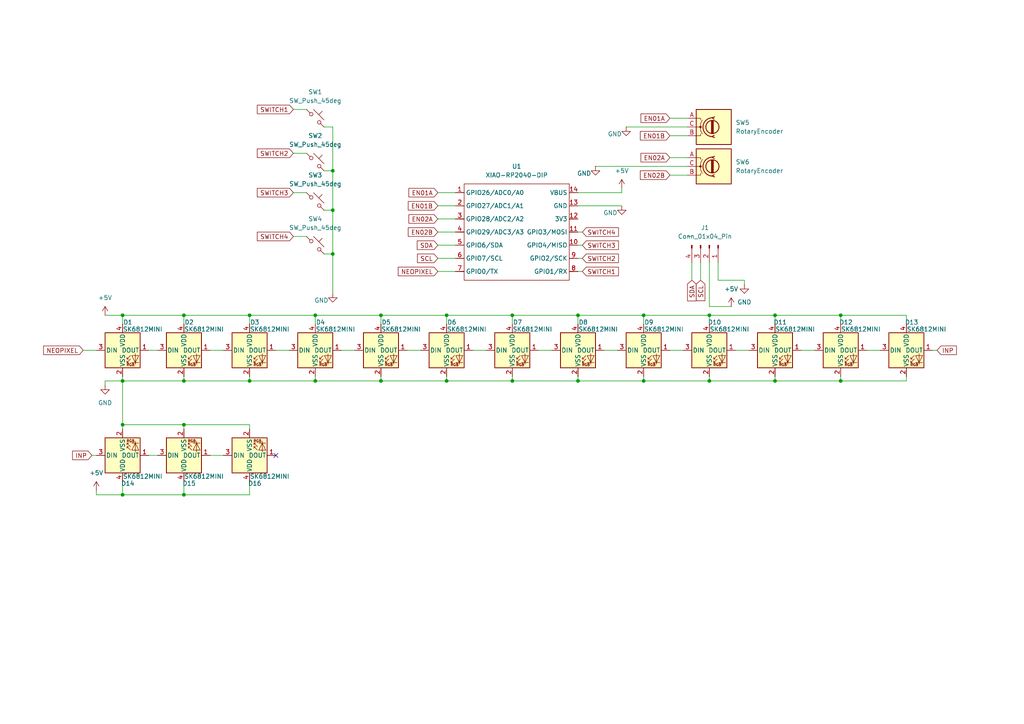
<source format=kicad_sch>
(kicad_sch (version 20250114) (generator "eeschema") (generator_version "9.0")
  (paper "A4")
  (lib_symbols
    (symbol "Connector:Conn_01x04_Pin" (pin_names (offset 1.016) (hide yes))
      (property "Reference" "J" (at 0 5.08 0))
      (property "Value" "Conn_01x04_Pin" (at 0 -7.62 0))
      (symbol "Conn_01x04_Pin_1_1"
        (rectangle (start 0.8636 2.667) (end 0 2.413) (stroke (width 0.1524)) (fill (type outline)))
        (rectangle (start 0.8636 0.127) (end 0 -0.127) (stroke (width 0.1524)) (fill (type outline)))
        (rectangle (start 0.8636 -2.413) (end 0 -2.667) (stroke (width 0.1524)) (fill (type outline)))
        (rectangle (start 0.8636 -4.953) (end 0 -5.207) (stroke (width 0.1524)) (fill (type outline)))
        (polyline (pts (xy 1.27 2.54) (xy 0.8636 2.54)) (stroke (width 0.1524)))
        (polyline (pts (xy 1.27 0) (xy 0.8636 0)) (stroke (width 0.1524)))
        (polyline (pts (xy 1.27 -2.54) (xy 0.8636 -2.54)) (stroke (width 0.1524)))
        (polyline (pts (xy 1.27 -5.08) (xy 0.8636 -5.08)) (stroke (width 0.1524)))
        (pin passive line (at 5.08 2.54 180) (length 3.81) (name "Pin_1") (number "1"))
        (pin passive line (at 5.08 0 180) (length 3.81) (name "Pin_2") (number "2"))
        (pin passive line (at 5.08 -2.54 180) (length 3.81) (name "Pin_3") (number "3"))
        (pin passive line (at 5.08 -5.08 180) (length 3.81) (name "Pin_4") (number "4"))
      )
    )
    (symbol "Device:RotaryEncoder" (pin_names (offset 0.254) (hide yes))
      (property "Reference" "SW" (at 0 6.604 0))
      (property "Value" "RotaryEncoder" (at 0 -6.604 0))
      (symbol "RotaryEncoder_0_1"
        (rectangle (start -5.08 5.08) (end 5.08 -5.08) (stroke (width 0.254)) (fill (type background)))
        (polyline (pts (xy -5.08 2.54) (xy -3.81 2.54) (xy -3.81 2.032)))
        (polyline (pts (xy -5.08 0) (xy -3.81 0) (xy -3.81 -1.016) (xy -3.302 -2.032)))
        (polyline (pts (xy -5.08 -2.54) (xy -3.81 -2.54) (xy -3.81 -2.032)))
        (polyline (pts (xy -4.318 0) (xy -3.81 0) (xy -3.81 1.016) (xy -3.302 2.032)))
        (circle (center -3.81 0) (radius 0.254) (fill (type outline)))
        (polyline (pts (xy -0.635 -1.778) (xy -0.635 1.778)) (stroke (width 0.254)))
        (circle (center -0.381 0) (radius 1.905) (stroke (width 0.254)))
        (polyline (pts (xy -0.381 -1.778) (xy -0.381 1.778)) (stroke (width 0.254)))
        (arc (start -0.381 -2.794) (mid -3.0988 -0.0635) (end -0.381 2.667) (stroke (width 0.254)))
        (polyline (pts (xy -0.127 1.778) (xy -0.127 -1.778)) (stroke (width 0.254)))
        (polyline (pts (xy 0.254 2.921) (xy -0.508 2.667) (xy 0.127 2.286)) (stroke (width 0.254)))
        (polyline (pts (xy 0.254 -3.048) (xy -0.508 -2.794) (xy 0.127 -2.413)) (stroke (width 0.254)))
      )
      (symbol "RotaryEncoder_1_1"
        (pin passive line (at -7.62 2.54 0) (length 2.54) (name "A") (number "A"))
        (pin passive line (at -7.62 0 0) (length 2.54) (name "C") (number "C"))
        (pin passive line (at -7.62 -2.54 0) (length 2.54) (name "B") (number "B"))
      )
    )
    (symbol "LED:SK6812MINI" (pin_names (offset 0.254))
      (property "Reference" "D" (at 5.08 5.715 0))
      (property "Value" "SK6812MINI" (at 1.27 -5.715 0))
      (symbol "SK6812MINI_0_0"
        (text "RGB" (at 2.286 -4.191 0) (effects (font (size 0.762 0.762))))
      )
      (symbol "SK6812MINI_0_1"
        (polyline (pts (xy 1.27 -2.54) (xy 1.778 -2.54)))
        (polyline (pts (xy 1.27 -3.556) (xy 1.778 -3.556)))
        (polyline (pts (xy 2.286 -1.524) (xy 1.27 -2.54) (xy 1.27 -2.032)))
        (polyline (pts (xy 2.286 -2.54) (xy 1.27 -3.556) (xy 1.27 -3.048)))
        (polyline (pts (xy 3.683 -1.016) (xy 3.683 -3.556) (xy 3.683 -4.064)))
        (polyline (pts (xy 4.699 -1.524) (xy 2.667 -1.524) (xy 3.683 -3.556) (xy 4.699 -1.524)))
        (polyline (pts (xy 4.699 -3.556) (xy 2.667 -3.556)))
        (rectangle (start 5.08 5.08) (end -5.08 -5.08) (stroke (width 0.254)) (fill (type background)))
      )
      (symbol "SK6812MINI_1_1"
        (pin input line (at -7.62 0 0) (length 2.54) (name "DIN") (number "3"))
        (pin power_in line (at 0 7.62 270) (length 2.54) (name "VDD") (number "4"))
        (pin power_in line (at 0 -7.62 90) (length 2.54) (name "VSS") (number "2"))
        (pin output line (at 7.62 0 180) (length 2.54) (name "DOUT") (number "1"))
      )
    )
    (symbol "Seeed_Studio_XIAO_Series:XIAO-RP2040-DIP"
      (property "Reference" "U" (at 0 0 0))
      (property "Value" "XIAO-RP2040-DIP" (at 5.334 -1.778 0))
      (symbol "XIAO-RP2040-DIP_1_0"
        (polyline (pts (xy -1.27 -2.54) (xy 29.21 -2.54)) (stroke (width 0.1524)))
        (polyline (pts (xy -1.27 -5.08) (xy -2.54 -5.08)) (stroke (width 0.1524)))
        (polyline (pts (xy -1.27 -5.08) (xy -1.27 -2.54)) (stroke (width 0.1524)))
        (polyline (pts (xy -1.27 -8.89) (xy -2.54 -8.89)) (stroke (width 0.1524)))
        (polyline (pts (xy -1.27 -8.89) (xy -1.27 -5.08)) (stroke (width 0.1524)))
        (polyline (pts (xy -1.27 -12.7) (xy -2.54 -12.7)) (stroke (width 0.1524)))
        (polyline (pts (xy -1.27 -12.7) (xy -1.27 -8.89)) (stroke (width 0.1524)))
        (polyline (pts (xy -1.27 -16.51) (xy -2.54 -16.51)) (stroke (width 0.1524)))
        (polyline (pts (xy -1.27 -16.51) (xy -1.27 -12.7)) (stroke (width 0.1524)))
        (polyline (pts (xy -1.27 -20.32) (xy -2.54 -20.32)) (stroke (width 0.1524)))
        (polyline (pts (xy -1.27 -24.13) (xy -2.54 -24.13)) (stroke (width 0.1524)))
        (polyline (pts (xy -1.27 -27.94) (xy -2.54 -27.94)) (stroke (width 0.1524)))
        (polyline (pts (xy -1.27 -30.48) (xy -1.27 -16.51)) (stroke (width 0.1524)))
        (polyline (pts (xy 29.21 -2.54) (xy 29.21 -5.08)) (stroke (width 0.1524)))
        (polyline (pts (xy 29.21 -5.08) (xy 29.21 -8.89)) (stroke (width 0.1524)))
        (polyline (pts (xy 29.21 -8.89) (xy 29.21 -12.7)) (stroke (width 0.1524)))
        (polyline (pts (xy 29.21 -12.7) (xy 29.21 -30.48)) (stroke (width 0.1524)))
        (polyline (pts (xy 29.21 -30.48) (xy -1.27 -30.48)) (stroke (width 0.1524)))
        (polyline (pts (xy 30.48 -5.08) (xy 29.21 -5.08)) (stroke (width 0.1524)))
        (polyline (pts (xy 30.48 -8.89) (xy 29.21 -8.89)) (stroke (width 0.1524)))
        (polyline (pts (xy 30.48 -12.7) (xy 29.21 -12.7)) (stroke (width 0.1524)))
        (polyline (pts (xy 30.48 -16.51) (xy 29.21 -16.51)) (stroke (width 0.1524)))
        (polyline (pts (xy 30.48 -20.32) (xy 29.21 -20.32)) (stroke (width 0.1524)))
        (polyline (pts (xy 30.48 -24.13) (xy 29.21 -24.13)) (stroke (width 0.1524)))
        (polyline (pts (xy 30.48 -27.94) (xy 29.21 -27.94)) (stroke (width 0.1524)))
        (pin passive line (at -3.81 -5.08 0) (length 2.54) (name "GPIO26/ADC0/A0") (number "1"))
        (pin passive line (at -3.81 -8.89 0) (length 2.54) (name "GPIO27/ADC1/A1") (number "2"))
        (pin passive line (at -3.81 -12.7 0) (length 2.54) (name "GPIO28/ADC2/A2") (number "3"))
        (pin passive line (at -3.81 -16.51 0) (length 2.54) (name "GPIO29/ADC3/A3") (number "4"))
        (pin passive line (at -3.81 -20.32 0) (length 2.54) (name "GPIO6/SDA") (number "5"))
        (pin passive line (at -3.81 -24.13 0) (length 2.54) (name "GPIO7/SCL") (number "6"))
        (pin passive line (at -3.81 -27.94 0) (length 2.54) (name "GPIO0/TX") (number "7"))
        (pin passive line (at 31.75 -5.08 180) (length 2.54) (name "VBUS") (number "14"))
        (pin passive line (at 31.75 -8.89 180) (length 2.54) (name "GND") (number "13"))
        (pin passive line (at 31.75 -12.7 180) (length 2.54) (name "3V3") (number "12"))
        (pin passive line (at 31.75 -16.51 180) (length 2.54) (name "GPIO3/MOSI") (number "11"))
        (pin passive line (at 31.75 -20.32 180) (length 2.54) (name "GPIO4/MISO") (number "10"))
        (pin passive line (at 31.75 -24.13 180) (length 2.54) (name "GPIO2/SCK") (number "9"))
        (pin passive line (at 31.75 -27.94 180) (length 2.54) (name "GPIO1/RX") (number "8"))
      )
    )
    (symbol "Switch:SW_Push_45deg" (pin_numbers (hide yes)) (pin_names (offset 1.016) (hide yes))
      (property "Reference" "SW" (at 3.048 1.016 0))
      (property "Value" "SW_Push_45deg" (at 0 -3.81 0))
      (symbol "SW_Push_45deg_0_1"
        (polyline (pts (xy -2.54 2.54) (xy -1.524 1.524) (xy -1.524 1.524)))
        (circle (center -1.1684 1.1684) (radius 0.508))
        (polyline (pts (xy -0.508 2.54) (xy 2.54 -0.508)))
        (polyline (pts (xy 1.016 1.016) (xy 2.032 2.032)))
        (circle (center 1.143 -1.1938) (radius 0.508))
        (polyline (pts (xy 1.524 -1.524) (xy 2.54 -2.54) (xy 2.54 -2.54) (xy 2.54 -2.54)))
        (pin passive line (at -2.54 2.54 0) (length 0) (name "1") (number "1"))
        (pin passive line (at 2.54 -2.54 180) (length 0) (name "2") (number "2"))
      )
    )
    (symbol "power:+5V" (power) (pin_numbers (hide yes)) (pin_names (offset 0) (hide yes))
      (property "Value" "+5V" (at 0 3.556 0))
      (symbol "+5V_0_1"
        (polyline (pts (xy -0.762 1.27) (xy 0 2.54)))
        (polyline (pts (xy 0 2.54) (xy 0.762 1.27)))
        (polyline (pts (xy 0 0) (xy 0 2.54)))
      )
      (symbol "+5V_1_1"
        (pin power_in line (at 0 0 90) (length 0) (name "~") (number "1"))
      )
    )
    (symbol "power:GND" (power) (pin_numbers (hide yes)) (pin_names (offset 0) (hide yes))
      (property "Value" "GND" (at 0 -3.81 0))
      (symbol "GND_0_1"
        (polyline (pts (xy 0 0) (xy 0 -1.27) (xy 1.27 -1.27) (xy 0 -2.54) (xy -1.27 -1.27) (xy 0 -1.27)))
      )
      (symbol "GND_1_1"
        (pin power_in line (at 0 0 270) (length 0) (name "~") (number "1"))
      )
    )
  )
  (junction (at 53.34 110.49))
  (junction (at 224.79 91.44))
  (junction (at 148.59 91.44))
  (junction (at 91.44 110.49))
  (junction (at 186.69 110.49))
  (junction (at 129.54 91.44))
  (junction (at 243.84 110.49))
  (junction (at 243.84 91.44))
  (junction (at 110.49 110.49))
  (junction (at 35.56 143.51))
  (junction (at 53.34 143.51))
  (junction (at 91.44 91.44))
  (junction (at 224.79 110.49))
  (junction (at 35.56 91.44))
  (junction (at 148.59 110.49))
  (junction (at 35.56 110.49))
  (junction (at 167.64 110.49))
  (junction (at 96.52 49.53))
  (junction (at 35.56 123.19))
  (junction (at 53.34 91.44))
  (junction (at 110.49 91.44))
  (junction (at 96.52 60.96))
  (junction (at 205.74 91.44))
  (junction (at 129.54 110.49))
  (junction (at 53.34 123.19))
  (junction (at 72.39 91.44))
  (junction (at 72.39 110.49))
  (junction (at 167.64 91.44))
  (junction (at 96.52 73.66))
  (junction (at 186.69 91.44))
  (junction (at 205.74 110.49))
  (no_connect (at 80.01 132.08))
  (wire (pts (xy 80.01 101.6) (xy 83.82 101.6)))
  (wire (pts (xy 186.69 109.22) (xy 186.69 110.49)))
  (wire (pts (xy 205.74 109.22) (xy 205.74 110.49)))
  (wire (pts (xy 43.18 101.6) (xy 45.72 101.6)))
  (wire (pts (xy 43.18 132.08) (xy 45.72 132.08)))
  (wire (pts (xy 224.79 91.44) (xy 224.79 93.98)))
  (wire (pts (xy 127 74.93) (xy 132.08 74.93)))
  (wire (pts (xy 156.21 101.6) (xy 160.02 101.6)))
  (wire (pts (xy 60.96 101.6) (xy 64.77 101.6)))
  (wire (pts (xy 205.74 91.44) (xy 224.79 91.44)))
  (wire (pts (xy 96.52 73.66) (xy 96.52 85.09)))
  (wire (pts (xy 27.94 143.51) (xy 35.56 143.51)))
  (wire (pts (xy 129.54 109.22) (xy 129.54 110.49)))
  (wire (pts (xy 35.56 123.19) (xy 35.56 124.46)))
  (wire (pts (xy 96.52 49.53) (xy 93.98 49.53)))
  (wire (pts (xy 168.91 74.93) (xy 167.64 74.93)))
  (wire (pts (xy 167.64 110.49) (xy 186.69 110.49)))
  (wire (pts (xy 27.94 142.24) (xy 27.94 143.51)))
  (wire (pts (xy 205.74 110.49) (xy 224.79 110.49)))
  (wire (pts (xy 243.84 109.22) (xy 243.84 110.49)))
  (wire (pts (xy 167.64 91.44) (xy 186.69 91.44)))
  (wire (pts (xy 203.2 76.2) (xy 203.2 81.28)))
  (wire (pts (xy 167.64 91.44) (xy 167.64 93.98)))
  (wire (pts (xy 168.91 78.74) (xy 167.64 78.74)))
  (wire (pts (xy 194.31 50.8) (xy 199.39 50.8)))
  (wire (pts (xy 60.96 132.08) (xy 64.77 132.08)))
  (wire (pts (xy 53.34 143.51) (xy 72.39 143.51)))
  (wire (pts (xy 243.84 91.44) (xy 262.89 91.44)))
  (wire (pts (xy 194.31 45.72) (xy 199.39 45.72)))
  (wire (pts (xy 127 55.88) (xy 132.08 55.88)))
  (wire (pts (xy 35.56 91.44) (xy 35.56 93.98)))
  (wire (pts (xy 72.39 139.7) (xy 72.39 143.51)))
  (wire (pts (xy 110.49 110.49) (xy 129.54 110.49)))
  (wire (pts (xy 53.34 110.49) (xy 72.39 110.49)))
  (wire (pts (xy 85.09 55.88) (xy 88.9 55.88)))
  (wire (pts (xy 213.36 101.6) (xy 217.17 101.6)))
  (wire (pts (xy 194.31 101.6) (xy 198.12 101.6)))
  (wire (pts (xy 53.34 91.44) (xy 53.34 93.98)))
  (wire (pts (xy 148.59 109.22) (xy 148.59 110.49)))
  (wire (pts (xy 200.66 76.2) (xy 200.66 81.28)))
  (wire (pts (xy 224.79 109.22) (xy 224.79 110.49)))
  (wire (pts (xy 26.67 132.08) (xy 27.94 132.08)))
  (wire (pts (xy 91.44 109.22) (xy 91.44 110.49)))
  (wire (pts (xy 99.06 101.6) (xy 102.87 101.6)))
  (wire (pts (xy 35.56 109.22) (xy 35.56 110.49)))
  (wire (pts (xy 215.9 81.28) (xy 215.9 82.55)))
  (wire (pts (xy 168.91 67.31) (xy 167.64 67.31)))
  (wire (pts (xy 167.64 55.88) (xy 180.34 55.88)))
  (wire (pts (xy 172.72 48.26) (xy 199.39 48.26)))
  (wire (pts (xy 96.52 36.83) (xy 96.52 49.53)))
  (wire (pts (xy 243.84 91.44) (xy 243.84 93.98)))
  (wire (pts (xy 186.69 91.44) (xy 186.69 93.98)))
  (wire (pts (xy 118.11 101.6) (xy 121.92 101.6)))
  (wire (pts (xy 199.39 68.58) (xy 200.66 68.58)))
  (wire (pts (xy 53.34 91.44) (xy 72.39 91.44)))
  (wire (pts (xy 175.26 101.6) (xy 179.07 101.6)))
  (wire (pts (xy 53.34 139.7) (xy 53.34 143.51)))
  (wire (pts (xy 194.31 39.37) (xy 199.39 39.37)))
  (wire (pts (xy 93.98 73.66) (xy 96.52 73.66)))
  (wire (pts (xy 262.89 110.49) (xy 262.89 109.22)))
  (wire (pts (xy 224.79 110.49) (xy 243.84 110.49)))
  (wire (pts (xy 271.78 101.6) (xy 270.51 101.6)))
  (wire (pts (xy 110.49 109.22) (xy 110.49 110.49)))
  (wire (pts (xy 127 67.31) (xy 132.08 67.31)))
  (wire (pts (xy 186.69 91.44) (xy 205.74 91.44)))
  (wire (pts (xy 53.34 123.19) (xy 72.39 123.19)))
  (wire (pts (xy 96.52 49.53) (xy 96.52 60.96)))
  (wire (pts (xy 110.49 91.44) (xy 110.49 93.98)))
  (wire (pts (xy 91.44 91.44) (xy 91.44 93.98)))
  (wire (pts (xy 91.44 110.49) (xy 110.49 110.49)))
  (wire (pts (xy 35.56 143.51) (xy 53.34 143.51)))
  (wire (pts (xy 35.56 91.44) (xy 53.34 91.44)))
  (wire (pts (xy 167.64 59.69) (xy 180.34 59.69)))
  (wire (pts (xy 129.54 110.49) (xy 148.59 110.49)))
  (wire (pts (xy 72.39 91.44) (xy 91.44 91.44)))
  (wire (pts (xy 148.59 110.49) (xy 167.64 110.49)))
  (wire (pts (xy 72.39 109.22) (xy 72.39 110.49)))
  (wire (pts (xy 30.48 91.44) (xy 35.56 91.44)))
  (wire (pts (xy 35.56 123.19) (xy 53.34 123.19)))
  (wire (pts (xy 251.46 101.6) (xy 255.27 101.6)))
  (wire (pts (xy 53.34 110.49) (xy 53.34 109.22)))
  (wire (pts (xy 208.28 81.28) (xy 215.9 81.28)))
  (wire (pts (xy 186.69 110.49) (xy 205.74 110.49)))
  (wire (pts (xy 35.56 110.49) (xy 53.34 110.49)))
  (wire (pts (xy 168.91 71.12) (xy 167.64 71.12)))
  (wire (pts (xy 232.41 101.6) (xy 236.22 101.6)))
  (wire (pts (xy 243.84 110.49) (xy 262.89 110.49)))
  (wire (pts (xy 129.54 91.44) (xy 129.54 93.98)))
  (wire (pts (xy 110.49 91.44) (xy 129.54 91.44)))
  (wire (pts (xy 127 59.69) (xy 132.08 59.69)))
  (wire (pts (xy 205.74 91.44) (xy 205.74 93.98)))
  (wire (pts (xy 127 78.74) (xy 132.08 78.74)))
  (wire (pts (xy 205.74 76.2) (xy 205.74 88.9)))
  (wire (pts (xy 35.56 110.49) (xy 35.56 123.19)))
  (wire (pts (xy 72.39 91.44) (xy 72.39 93.98)))
  (wire (pts (xy 127 63.5) (xy 132.08 63.5)))
  (wire (pts (xy 96.52 60.96) (xy 93.98 60.96)))
  (wire (pts (xy 96.52 60.96) (xy 96.52 73.66)))
  (wire (pts (xy 208.28 76.2) (xy 208.28 81.28)))
  (wire (pts (xy 167.64 109.22) (xy 167.64 110.49)))
  (wire (pts (xy 85.09 68.58) (xy 88.9 68.58)))
  (wire (pts (xy 262.89 91.44) (xy 262.89 93.98)))
  (wire (pts (xy 91.44 91.44) (xy 110.49 91.44)))
  (wire (pts (xy 85.09 44.45) (xy 88.9 44.45)))
  (wire (pts (xy 72.39 123.19) (xy 72.39 124.46)))
  (wire (pts (xy 35.56 139.7) (xy 35.56 143.51)))
  (wire (pts (xy 180.34 55.88) (xy 180.34 54.61)))
  (wire (pts (xy 53.34 123.19) (xy 53.34 124.46)))
  (wire (pts (xy 24.13 101.6) (xy 27.94 101.6)))
  (wire (pts (xy 137.16 101.6) (xy 140.97 101.6)))
  (wire (pts (xy 127 71.12) (xy 132.08 71.12)))
  (wire (pts (xy 148.59 91.44) (xy 148.59 93.98)))
  (wire (pts (xy 96.52 36.83) (xy 93.98 36.83)))
  (wire (pts (xy 194.31 34.29) (xy 199.39 34.29)))
  (wire (pts (xy 85.09 31.75) (xy 88.9 31.75)))
  (wire (pts (xy 30.48 110.49) (xy 35.56 110.49)))
  (wire (pts (xy 199.39 36.83) (xy 181.61 36.83)))
  (wire (pts (xy 205.74 88.9) (xy 212.09 88.9)))
  (wire (pts (xy 72.39 110.49) (xy 91.44 110.49)))
  (wire (pts (xy 129.54 91.44) (xy 148.59 91.44)))
  (wire (pts (xy 148.59 91.44) (xy 167.64 91.44)))
  (wire (pts (xy 224.79 91.44) (xy 243.84 91.44)))
  (wire (pts (xy 30.48 110.49) (xy 30.48 111.76)))
  (global_label "EN01B" (shape input) (at 194.31 39.37 180) (property "Intersheetrefs" "${INTERSHEET_REFS}" (effects (hide yes))))
  (global_label "SWITCH3" (shape input) (at 168.91 71.12 0) (property "Intersheetrefs" "${INTERSHEET_REFS}" (effects (hide yes))))
  (global_label "NEOPIXEL" (shape input) (at 127 78.74 180) (property "Intersheetrefs" "${INTERSHEET_REFS}" (effects (hide yes))))
  (global_label "SWITCH3" (shape input) (at 85.09 55.88 180) (property "Intersheetrefs" "${INTERSHEET_REFS}" (effects (hide yes))))
  (global_label "NEOPIXEL" (shape input) (at 24.13 101.6 180) (property "Intersheetrefs" "${INTERSHEET_REFS}" (effects (hide yes))))
  (global_label "EN02B" (shape input) (at 194.31 50.8 180) (property "Intersheetrefs" "${INTERSHEET_REFS}" (effects (hide yes))))
  (global_label "SWITCH2" (shape input) (at 85.09 44.45 180) (property "Intersheetrefs" "${INTERSHEET_REFS}" (effects (hide yes))))
  (global_label "SWITCH4" (shape input) (at 168.91 67.31 0) (property "Intersheetrefs" "${INTERSHEET_REFS}" (effects (hide yes))))
  (global_label "SWITCH2" (shape input) (at 168.91 74.93 0) (property "Intersheetrefs" "${INTERSHEET_REFS}" (effects (hide yes))))
  (global_label "SDA" (shape input) (at 127 71.12 180) (property "Intersheetrefs" "${INTERSHEET_REFS}" (effects (hide yes))))
  (global_label "EN02B" (shape input) (at 127 67.31 180) (property "Intersheetrefs" "${INTERSHEET_REFS}" (effects (hide yes))))
  (global_label "SDA" (shape input) (at 200.66 81.28 270) (property "Intersheetrefs" "${INTERSHEET_REFS}" (effects (hide yes))))
  (global_label "EN01B" (shape input) (at 127 59.69 180) (property "Intersheetrefs" "${INTERSHEET_REFS}" (effects (hide yes))))
  (global_label "INP" (shape input) (at 26.67 132.08 180) (property "Intersheetrefs" "${INTERSHEET_REFS}" (effects (hide yes))))
  (global_label "EN02A" (shape input) (at 194.31 45.72 180) (property "Intersheetrefs" "${INTERSHEET_REFS}" (effects (hide yes))))
  (global_label "SWITCH1" (shape input) (at 85.09 31.75 180) (property "Intersheetrefs" "${INTERSHEET_REFS}" (effects (hide yes))))
  (global_label "SWITCH1" (shape input) (at 168.91 78.74 0) (property "Intersheetrefs" "${INTERSHEET_REFS}" (effects (hide yes))))
  (global_label "SCL" (shape input) (at 127 74.93 180) (property "Intersheetrefs" "${INTERSHEET_REFS}" (effects (hide yes))))
  (global_label "SWITCH4" (shape input) (at 85.09 68.58 180) (property "Intersheetrefs" "${INTERSHEET_REFS}" (effects (hide yes))))
  (global_label "EN01A" (shape input) (at 194.31 34.29 180) (property "Intersheetrefs" "${INTERSHEET_REFS}" (effects (hide yes))))
  (global_label "EN02A" (shape input) (at 127 63.5 180) (property "Intersheetrefs" "${INTERSHEET_REFS}" (effects (hide yes))))
  (global_label "INP" (shape input) (at 271.78 101.6 0) (property "Intersheetrefs" "${INTERSHEET_REFS}" (effects (hide yes))))
  (global_label "SCL" (shape input) (at 203.2 81.28 270) (property "Intersheetrefs" "${INTERSHEET_REFS}" (effects (hide yes))))
  (global_label "EN01A" (shape input) (at 127 55.88 180) (property "Intersheetrefs" "${INTERSHEET_REFS}" (effects (hide yes))))
  (symbol (lib_id "Switch:SW_Push_45deg") (at 91.44 46.99 0) (unit 1)
    (property "Reference" "SW2" (at 91.44 39.37 0))
    (property "Value" "SW_Push_45deg" (at 91.44 41.91 0))
    (property "Footprint" "Button_Switch_Keyboard:SW_Cherry_MX_1.00u_PCB" (effects (hide yes)))
    (property "Description" "Push button switch, normally open, two pins, 45° tilted" (effects (hide yes)))
  )
  (symbol (lib_id "LED:SK6812MINI") (at 129.54 101.6 0) (unit 1)
    (property "Reference" "D6" (at 131.064 93.472 0))
    (property "Value" "SK6812MINI" (at 135.382 95.504 0))
    (property "Footprint" "LED_SMD:LED_SK6812MINI_PLCC4_3.5x3.5mm_P1.75mm" (effects (hide yes)))
    (property "Datasheet" "https://cdn-shop.adafruit.com/product-files/2686/SK6812MINI_REV.01-1-2.pdf" (effects (hide yes)))
    (property "Description" "RGB LED with integrated controller" (effects (hide yes)))
  )
  (symbol (lib_id "power:GND") (at 96.52 85.09 0) (unit 1)
    (property "Reference" "#PWR05" (effects (hide yes)))
    (property "Value" "GND" (at 93.218 87.122 0))
    (property "Description" "Power symbol creates a global label with name \"GND\" , ground" (effects (hide yes)))
  )
  (symbol (lib_id "power:GND") (at 181.61 36.83 0) (unit 1)
    (property "Reference" "#PWR08" (effects (hide yes)))
    (property "Value" "GND" (at 178.308 38.862 0))
    (property "Description" "Power symbol creates a global label with name \"GND\" , ground" (effects (hide yes)))
  )
  (symbol (lib_id "Switch:SW_Push_45deg") (at 91.44 58.42 0) (unit 1)
    (property "Reference" "SW3" (at 91.44 50.8 0))
    (property "Value" "SW_Push_45deg" (at 91.44 53.34 0))
    (property "Footprint" "Button_Switch_Keyboard:SW_Cherry_MX_1.00u_PCB" (effects (hide yes)))
    (property "Description" "Push button switch, normally open, two pins, 45° tilted" (effects (hide yes)))
  )
  (symbol (lib_id "LED:SK6812MINI") (at 35.56 132.08 0) (mirror x) (unit 1)
    (property "Reference" "D14" (at 37.084 140.208 0))
    (property "Value" "SK6812MINI" (at 41.402 138.176 0))
    (property "Footprint" "LED_SMD:LED_SK6812MINI_PLCC4_3.5x3.5mm_P1.75mm" (effects (hide yes)))
    (property "Datasheet" "https://cdn-shop.adafruit.com/product-files/2686/SK6812MINI_REV.01-1-2.pdf" (effects (hide yes)))
    (property "Description" "RGB LED with integrated controller" (effects (hide yes)))
  )
  (symbol (lib_id "LED:SK6812MINI") (at 72.39 101.6 0) (unit 1)
    (property "Reference" "D3" (at 73.914 93.472 0))
    (property "Value" "SK6812MINI" (at 78.232 95.504 0))
    (property "Footprint" "LED_SMD:LED_SK6812MINI_PLCC4_3.5x3.5mm_P1.75mm" (effects (hide yes)))
    (property "Datasheet" "https://cdn-shop.adafruit.com/product-files/2686/SK6812MINI_REV.01-1-2.pdf" (effects (hide yes)))
    (property "Description" "RGB LED with integrated controller" (effects (hide yes)))
  )
  (symbol (lib_id "LED:SK6812MINI") (at 243.84 101.6 0) (unit 1)
    (property "Reference" "D12" (at 245.364 93.472 0))
    (property "Value" "SK6812MINI" (at 249.682 95.504 0))
    (property "Footprint" "LED_SMD:LED_SK6812MINI_PLCC4_3.5x3.5mm_P1.75mm" (effects (hide yes)))
    (property "Datasheet" "https://cdn-shop.adafruit.com/product-files/2686/SK6812MINI_REV.01-1-2.pdf" (effects (hide yes)))
    (property "Description" "RGB LED with integrated controller" (effects (hide yes)))
  )
  (symbol (lib_id "Device:RotaryEncoder") (at 207.01 48.26 0) (unit 1)
    (property "Reference" "SW6" (at 213.36 46.9899 0) (effects (justify left)))
    (property "Value" "RotaryEncoder" (at 213.36 49.5299 0) (effects (justify left)))
    (property "Footprint" "Rotary_Encoder:RotaryEncoder_Alps_EC11E_Vertical_H20mm" (effects (hide yes)))
    (property "Description" "Rotary encoder, dual channel, incremental quadrate outputs" (effects (hide yes)))
  )
  (symbol (lib_id "LED:SK6812MINI") (at 205.74 101.6 0) (unit 1)
    (property "Reference" "D10" (at 207.264 93.472 0))
    (property "Value" "SK6812MINI" (at 211.582 95.504 0))
    (property "Footprint" "LED_SMD:LED_SK6812MINI_PLCC4_3.5x3.5mm_P1.75mm" (effects (hide yes)))
    (property "Datasheet" "https://cdn-shop.adafruit.com/product-files/2686/SK6812MINI_REV.01-1-2.pdf" (effects (hide yes)))
    (property "Description" "RGB LED with integrated controller" (effects (hide yes)))
  )
  (symbol (lib_id "Switch:SW_Push_45deg") (at 91.44 34.29 0) (unit 1)
    (property "Reference" "SW1" (at 91.44 26.67 0))
    (property "Value" "SW_Push_45deg" (at 91.44 29.21 0))
    (property "Footprint" "Button_Switch_Keyboard:SW_Cherry_MX_1.00u_PCB" (effects (hide yes)))
    (property "Description" "Push button switch, normally open, two pins, 45° tilted" (effects (hide yes)))
  )
  (symbol (lib_id "LED:SK6812MINI") (at 53.34 132.08 0) (mirror x) (unit 1)
    (property "Reference" "D15" (at 54.864 140.208 0))
    (property "Value" "SK6812MINI" (at 59.182 138.176 0))
    (property "Footprint" "LED_SMD:LED_SK6812MINI_PLCC4_3.5x3.5mm_P1.75mm" (effects (hide yes)))
    (property "Datasheet" "https://cdn-shop.adafruit.com/product-files/2686/SK6812MINI_REV.01-1-2.pdf" (effects (hide yes)))
    (property "Description" "RGB LED with integrated controller" (effects (hide yes)))
  )
  (symbol (lib_id "power:GND") (at 180.34 59.69 0) (unit 1)
    (property "Reference" "#PWR02" (effects (hide yes)))
    (property "Value" "GND" (at 177.038 61.722 0))
    (property "Description" "Power symbol creates a global label with name \"GND\" , ground" (effects (hide yes)))
  )
  (symbol (lib_id "power:GND") (at 172.72 48.26 0) (unit 1)
    (property "Reference" "#PWR010" (effects (hide yes)))
    (property "Value" "GND" (at 169.418 50.292 0))
    (property "Description" "Power symbol creates a global label with name \"GND\" , ground" (effects (hide yes)))
  )
  (symbol (lib_id "LED:SK6812MINI") (at 35.56 101.6 0) (unit 1)
    (property "Reference" "D1" (at 37.084 93.472 0))
    (property "Value" "SK6812MINI" (at 41.402 95.504 0))
    (property "Footprint" "LED_SMD:LED_SK6812MINI_PLCC4_3.5x3.5mm_P1.75mm" (effects (hide yes)))
    (property "Datasheet" "https://cdn-shop.adafruit.com/product-files/2686/SK6812MINI_REV.01-1-2.pdf" (effects (hide yes)))
    (property "Description" "RGB LED with integrated controller" (effects (hide yes)))
  )
  (symbol (lib_id "LED:SK6812MINI") (at 72.39 132.08 0) (mirror x) (unit 1)
    (property "Reference" "D16" (at 73.914 140.208 0))
    (property "Value" "SK6812MINI" (at 78.232 138.176 0))
    (property "Footprint" "LED_SMD:LED_SK6812MINI_PLCC4_3.5x3.5mm_P1.75mm" (effects (hide yes)))
    (property "Datasheet" "https://cdn-shop.adafruit.com/product-files/2686/SK6812MINI_REV.01-1-2.pdf" (effects (hide yes)))
    (property "Description" "RGB LED with integrated controller" (effects (hide yes)))
  )
  (symbol (lib_id "LED:SK6812MINI") (at 110.49 101.6 0) (unit 1)
    (property "Reference" "D5" (at 112.014 93.472 0))
    (property "Value" "SK6812MINI" (at 116.332 95.504 0))
    (property "Footprint" "LED_SMD:LED_SK6812MINI_PLCC4_3.5x3.5mm_P1.75mm" (effects (hide yes)))
    (property "Datasheet" "https://cdn-shop.adafruit.com/product-files/2686/SK6812MINI_REV.01-1-2.pdf" (effects (hide yes)))
    (property "Description" "RGB LED with integrated controller" (effects (hide yes)))
  )
  (symbol (lib_id "LED:SK6812MINI") (at 53.34 101.6 0) (unit 1)
    (property "Reference" "D2" (at 54.864 93.472 0))
    (property "Value" "SK6812MINI" (at 59.182 95.504 0))
    (property "Footprint" "LED_SMD:LED_SK6812MINI_PLCC4_3.5x3.5mm_P1.75mm" (effects (hide yes)))
    (property "Datasheet" "https://cdn-shop.adafruit.com/product-files/2686/SK6812MINI_REV.01-1-2.pdf" (effects (hide yes)))
    (property "Description" "RGB LED with integrated controller" (effects (hide yes)))
  )
  (symbol (lib_id "power:+5V") (at 212.09 88.9 0) (unit 1)
    (property "Reference" "#PWR07" (effects (hide yes)))
    (property "Value" "+5V" (at 212.09 83.82 0))
    (property "Description" "Power symbol creates a global label with name \"+5V\"" (effects (hide yes)))
  )
  (symbol (lib_id "power:GND") (at 30.48 111.76 0) (unit 1)
    (property "Reference" "#PWR01" (effects (hide yes)))
    (property "Value" "GND" (at 30.48 116.84 0))
    (property "Description" "Power symbol creates a global label with name \"GND\" , ground" (effects (hide yes)))
  )
  (symbol (lib_id "power:+5V") (at 30.48 91.44 0) (unit 1)
    (property "Reference" "#PWR04" (effects (hide yes)))
    (property "Value" "+5V" (at 30.48 86.36 0))
    (property "Description" "Power symbol creates a global label with name \"+5V\"" (effects (hide yes)))
  )
  (symbol (lib_id "Connector:Conn_01x04_Pin") (at 205.74 71.12 270) (unit 1)
    (property "Reference" "J1" (at 204.47 66.04 90))
    (property "Value" "Conn_01x04_Pin" (at 204.47 68.58 90))
    (property "Footprint" "KiCad-SSD1306-0.91-OLED-4pin-128x32.pretty-master:SSD1306-0.91-OLED-4pin-128x32" (effects (hide yes)))
    (property "Description" "Generic connector, single row, 01x04, script generated" (effects (hide yes)))
  )
  (symbol (lib_id "LED:SK6812MINI") (at 262.89 101.6 0) (unit 1)
    (property "Reference" "D13" (at 264.414 93.472 0))
    (property "Value" "SK6812MINI" (at 268.732 95.504 0))
    (property "Footprint" "LED_SMD:LED_SK6812MINI_PLCC4_3.5x3.5mm_P1.75mm" (effects (hide yes)))
    (property "Datasheet" "https://cdn-shop.adafruit.com/product-files/2686/SK6812MINI_REV.01-1-2.pdf" (effects (hide yes)))
    (property "Description" "RGB LED with integrated controller" (effects (hide yes)))
  )
  (symbol (lib_id "LED:SK6812MINI") (at 91.44 101.6 0) (unit 1)
    (property "Reference" "D4" (at 92.964 93.472 0))
    (property "Value" "SK6812MINI" (at 97.282 95.504 0))
    (property "Footprint" "LED_SMD:LED_SK6812MINI_PLCC4_3.5x3.5mm_P1.75mm" (effects (hide yes)))
    (property "Datasheet" "https://cdn-shop.adafruit.com/product-files/2686/SK6812MINI_REV.01-1-2.pdf" (effects (hide yes)))
    (property "Description" "RGB LED with integrated controller" (effects (hide yes)))
  )
  (symbol (lib_id "power:+5V") (at 180.34 54.61 0) (unit 1)
    (property "Reference" "#PWR03" (effects (hide yes)))
    (property "Value" "+5V" (at 180.34 49.53 0))
    (property "Description" "Power symbol creates a global label with name \"+5V\"" (effects (hide yes)))
  )
  (symbol (lib_id "power:GND") (at 215.9 82.55 0) (unit 1)
    (property "Reference" "#PWR06" (effects (hide yes)))
    (property "Value" "GND" (at 215.9 87.63 0))
    (property "Description" "Power symbol creates a global label with name \"GND\" , ground" (effects (hide yes)))
  )
  (symbol (lib_id "Device:RotaryEncoder") (at 207.01 36.83 0) (unit 1)
    (property "Reference" "SW5" (at 213.36 35.5599 0) (effects (justify left)))
    (property "Value" "RotaryEncoder" (at 213.36 38.0999 0) (effects (justify left)))
    (property "Footprint" "Rotary_Encoder:RotaryEncoder_Alps_EC11E_Vertical_H20mm" (effects (hide yes)))
    (property "Description" "Rotary encoder, dual channel, incremental quadrate outputs" (effects (hide yes)))
  )
  (symbol (lib_id "LED:SK6812MINI") (at 148.59 101.6 0) (unit 1)
    (property "Reference" "D7" (at 150.114 93.472 0))
    (property "Value" "SK6812MINI" (at 154.432 95.504 0))
    (property "Footprint" "LED_SMD:LED_SK6812MINI_PLCC4_3.5x3.5mm_P1.75mm" (effects (hide yes)))
    (property "Datasheet" "https://cdn-shop.adafruit.com/product-files/2686/SK6812MINI_REV.01-1-2.pdf" (effects (hide yes)))
    (property "Description" "RGB LED with integrated controller" (effects (hide yes)))
  )
  (symbol (lib_id "LED:SK6812MINI") (at 186.69 101.6 0) (unit 1)
    (property "Reference" "D9" (at 188.214 93.472 0))
    (property "Value" "SK6812MINI" (at 192.532 95.504 0))
    (property "Footprint" "LED_SMD:LED_SK6812MINI_PLCC4_3.5x3.5mm_P1.75mm" (effects (hide yes)))
    (property "Datasheet" "https://cdn-shop.adafruit.com/product-files/2686/SK6812MINI_REV.01-1-2.pdf" (effects (hide yes)))
    (property "Description" "RGB LED with integrated controller" (effects (hide yes)))
  )
  (symbol (lib_id "LED:SK6812MINI") (at 224.79 101.6 0) (unit 1)
    (property "Reference" "D11" (at 226.314 93.472 0))
    (property "Value" "SK6812MINI" (at 230.632 95.504 0))
    (property "Footprint" "LED_SMD:LED_SK6812MINI_PLCC4_3.5x3.5mm_P1.75mm" (effects (hide yes)))
    (property "Datasheet" "https://cdn-shop.adafruit.com/product-files/2686/SK6812MINI_REV.01-1-2.pdf" (effects (hide yes)))
    (property "Description" "RGB LED with integrated controller" (effects (hide yes)))
  )
  (symbol (lib_id "Switch:SW_Push_45deg") (at 91.44 71.12 0) (unit 1)
    (property "Reference" "SW4" (at 91.44 63.5 0))
    (property "Value" "SW_Push_45deg" (at 91.44 66.04 0))
    (property "Footprint" "Button_Switch_Keyboard:SW_Cherry_MX_1.00u_PCB" (effects (hide yes)))
    (property "Description" "Push button switch, normally open, two pins, 45° tilted" (effects (hide yes)))
  )
  (symbol (lib_id "power:+5V") (at 27.94 142.24 0) (unit 1)
    (property "Reference" "#PWR09" (effects (hide yes)))
    (property "Value" "+5V" (at 27.94 137.16 0))
    (property "Description" "Power symbol creates a global label with name \"+5V\"" (effects (hide yes)))
  )
  (symbol (lib_id "LED:SK6812MINI") (at 167.64 101.6 0) (unit 1)
    (property "Reference" "D8" (at 169.164 93.472 0))
    (property "Value" "SK6812MINI" (at 173.482 95.504 0))
    (property "Footprint" "LED_SMD:LED_SK6812MINI_PLCC4_3.5x3.5mm_P1.75mm" (effects (hide yes)))
    (property "Datasheet" "https://cdn-shop.adafruit.com/product-files/2686/SK6812MINI_REV.01-1-2.pdf" (effects (hide yes)))
    (property "Description" "RGB LED with integrated controller" (effects (hide yes)))
  )
  (symbol (lib_id "Seeed_Studio_XIAO_Series:XIAO-RP2040-DIP") (at 135.89 50.8 0) (unit 1)
    (property "Reference" "U1" (at 149.86 48.26 0))
    (property "Value" "XIAO-RP2040-DIP" (at 149.86 50.8 0))
    (property "Footprint" "Seeed Studio XIAO Series Library:XIAO-RP2040-DIP" (effects (hide yes)))
  )
)
</source>
